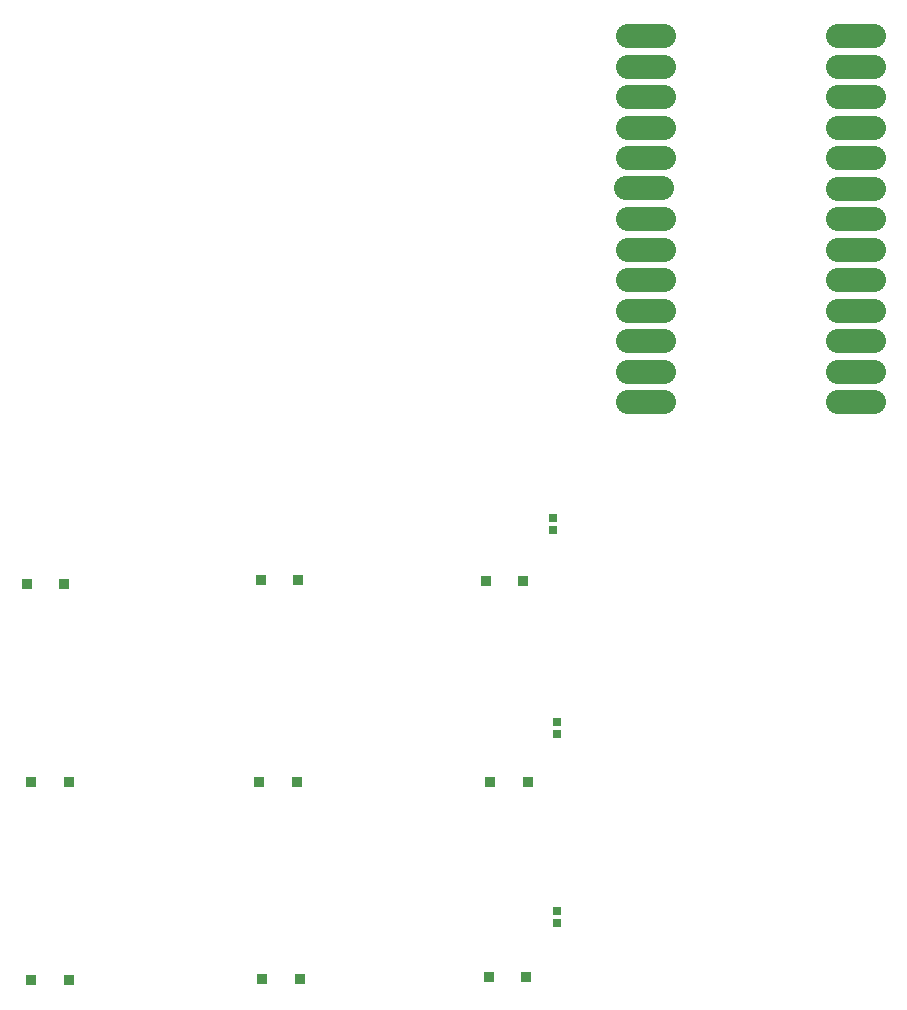
<source format=gtp>
G04*
G04 #@! TF.GenerationSoftware,Altium Limited,Altium Designer,24.6.1 (21)*
G04*
G04 Layer_Color=8421504*
%FSLAX44Y44*%
%MOMM*%
G71*
G04*
G04 #@! TF.SameCoordinates,D23E63C9-285A-4218-ADB9-1EE4413D613B*
G04*
G04*
G04 #@! TF.FilePolarity,Positive*
G04*
G01*
G75*
%ADD15R,0.9000X0.9500*%
%ADD16R,0.6500X0.6500*%
%ADD17O,5.0800X2.0320*%
D15*
X853950Y462280D02*
D03*
X822450Y462280D02*
D03*
X662180Y461010D02*
D03*
X630680Y461010D02*
D03*
X466600Y459740D02*
D03*
X435100Y459740D02*
D03*
X855220Y627380D02*
D03*
X823720Y627380D02*
D03*
X659640Y627380D02*
D03*
X628140Y627380D02*
D03*
X466600Y627380D02*
D03*
X435100Y627380D02*
D03*
X462790Y795020D02*
D03*
X431290Y795020D02*
D03*
X660910Y798830D02*
D03*
X629410Y798830D02*
D03*
X851410Y797560D02*
D03*
X819910Y797560D02*
D03*
D16*
X876300Y850820D02*
D03*
Y840820D02*
D03*
X880110Y518160D02*
D03*
Y508160D02*
D03*
Y678100D02*
D03*
Y668100D02*
D03*
D17*
X1132840Y1258993D02*
D03*
X955040Y949113D02*
D03*
Y974937D02*
D03*
Y1000760D02*
D03*
Y1026583D02*
D03*
Y1052407D02*
D03*
Y1078230D02*
D03*
Y1104053D02*
D03*
X953770Y1130723D02*
D03*
X955040Y1155700D02*
D03*
Y1181523D02*
D03*
Y1207347D02*
D03*
Y1233170D02*
D03*
Y1258993D02*
D03*
X1132840Y949113D02*
D03*
Y974937D02*
D03*
Y1000760D02*
D03*
Y1026583D02*
D03*
Y1052407D02*
D03*
Y1078230D02*
D03*
Y1104053D02*
D03*
Y1129877D02*
D03*
Y1155700D02*
D03*
Y1181523D02*
D03*
Y1207347D02*
D03*
Y1233170D02*
D03*
M02*

</source>
